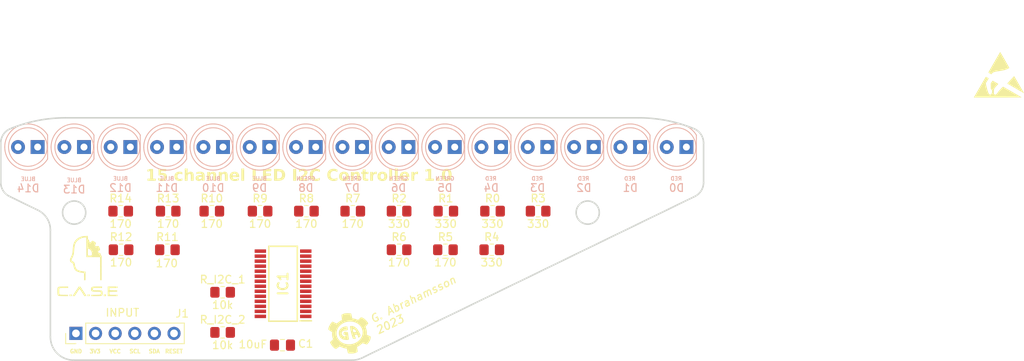
<source format=kicad_pcb>
(kicad_pcb (version 20221018) (generator pcbnew)
  (layers (0 "F.Cu" signal) (31 "B.Cu" signal) (34 "B.Paste" user) (35 "F.Paste" user) (36 "B.SilkS" user "B.Silkscreen") (37 "F.SilkS" user "F.Silkscreen") (38 "B.Mask" user) (39 "F.Mask" user) (44 "Edge.Cuts" user))
  (net 0 "")
  (net 3 "+3V3")
  (net 4 "Earth")
  (net 5 "Net-(D0-K)")
  (net 6 "Net-(D0-A)")
  (net 7 "Net-(D1-K)")
  (net 8 "Net-(D1-A)")
  (net 9 "Net-(D2-K)")
  (net 10 "Net-(D2-A)")
  (net 11 "Net-(D3-K)")
  (net 12 "Net-(D3-A)")
  (net 13 "Net-(D4-K)")
  (net 14 "Net-(D4-A)")
  (net 15 "Net-(D5-K)")
  (net 16 "Net-(D5-A)")
  (net 17 "Net-(D6-K)")
  (net 18 "Net-(D6-A)")
  (net 19 "Net-(D7-K)")
  (net 20 "Net-(D7-A)")
  (net 21 "Net-(D8-K)")
  (net 22 "Net-(D8-A)")
  (net 23 "Net-(D9-K)")
  (net 24 "Net-(D9-A)")
  (net 25 "Net-(D10-K)")
  (net 26 "Net-(D10-A)")
  (net 27 "Net-(D11-K)")
  (net 28 "Net-(D11-A)")
  (net 29 "Net-(D12-K)")
  (net 30 "Net-(D12-A)")
  (net 31 "Net-(D13-K)")
  (net 32 "Net-(D13-A)")
  (net 33 "Net-(D14-K)")
  (net 34 "Net-(D14-A)")
  (net 35 "/RESET")
  (net 36 "/SCL")
  (net 37 "/SDA")
  (net 38 "+BATT")
  (footprint "Resistor_SMD:R_0805_2012Metric_Pad1.20x1.40mm_HandSolder" (layer "F.Cu") (at 149.825 104.175)
    (fp_text reference "R5" (at 0 -1.65) (layer "F.SilkS"))
    (fp_text value "170" (at 0 1.65) (layer "F.SilkS"))
    (pad "1" smd roundrect (at -1 0) (size 1.2 1.4) (layers "F.Cu" "F.Paste" "F.Mask") (roundrect_rratio 0.208333) (net 16 "Net-(D5-A)"))
    (pad "2" smd roundrect (at 1 0) (size 1.2 1.4) (layers "F.Cu" "F.Paste" "F.Mask") (roundrect_rratio 0.208333) (net 38 "+BATT"))
  )
  (footprint "Resistor_SMD:R_0805_2012Metric_Pad1.20x1.40mm_HandSolder" (layer "F.Cu") (at 155.825 104.175)
    (fp_text reference "R4" (at 0 -1.65) (layer "F.SilkS"))
    (fp_text value "330" (at 0 1.65) (layer "F.SilkS"))
    (pad "1" smd roundrect (at -1 0) (size 1.2 1.4) (layers "F.Cu" "F.Paste" "F.Mask") (roundrect_rratio 0.208333) (net 14 "Net-(D4-A)"))
    (pad "2" smd roundrect (at 1 0) (size 1.2 1.4) (layers "F.Cu" "F.Paste" "F.Mask") (roundrect_rratio 0.208333) (net 38 "+BATT"))
  )
  (footprint "Gustavs_Library:SOP65P640X120-28N" (layer "F.Cu") (at 128.8 108.575 180)
    (fp_text reference "IC1" (at 0 0 270) (layer "F.SilkS") (effects (font (size 1.27 1.27) (thickness 0.254))))
    (fp_text value "TLC59116FIPWR" hide)
    (pad "1" smd rect (at -2.938 -4.225 270) (size 0.45 1.475) (layers "F.Cu" "F.Paste" "F.Mask"))
    (pad "2" smd rect (at -2.938 -3.575 270) (size 0.45 1.475) (layers "F.Cu" "F.Paste" "F.Mask") (net 4 "Earth"))
    (pad "3" smd rect (at -2.938 -2.925 270) (size 0.45 1.475) (layers "F.Cu" "F.Paste" "F.Mask") (net 4 "Earth"))
    (pad "4" smd rect (at -2.938 -2.275 270) (size 0.45 1.475) (layers "F.Cu" "F.Paste" "F.Mask") (net 4 "Earth"))
    (pad "5" smd rect (at -2.938 -1.625 270) (size 0.45 1.475) (layers "F.Cu" "F.Paste" "F.Mask") (net 4 "Earth"))
    (pad "6" smd rect (at -2.938 -0.975 270) (size 0.45 1.475) (layers "F.Cu" "F.Paste" "F.Mask") (net 5 "Net-(D0-K)"))
    (pad "7" smd rect (at -2.938 -0.325 270) (size 0.45 1.475) (layers "F.Cu" "F.Paste" "F.Mask") (net 7 "Net-(D1-K)"))
    (pad "8" smd rect (at -2.938 0.325 270) (size 0.45 1.475) (layers "F.Cu" "F.Paste" "F.Mask") (net 9 "Net-(D2-K)"))
    (pad "9" smd rect (at -2.938 0.975 270) (size 0.45 1.475) (layers "F.Cu" "F.Paste" "F.Mask") (net 11 "Net-(D3-K)"))
    (pad "10" smd rect (at -2.938 1.625 270) (size 0.45 1.475) (layers "F.Cu" "F.Paste" "F.Mask") (net 4 "Earth"))
    (pad "11" smd rect (at -2.938 2.275 270) (size 0.45 1.475) (layers "F.Cu" "F.Paste" "F.Mask") (net 13 "Net-(D4-K)"))
    (pad "12" smd rect (at -2.938 2.925 270) (size 0.45 1.475) (layers "F.Cu" "F.Paste" "F.Mask") (net 15 "Net-(D5-K)"))
    (pad "13" smd rect (at -2.938 3.575 270) (size 0.45 1.475) (layers "F.Cu" "F.Paste" "F.Mask") (net 17 "Net-(D6-K)"))
    (pad "14" smd rect (at -2.938 4.225 270) (size 0.45 1.475) (layers "F.Cu" "F.Paste" "F.Mask") (net 19 "Net-(D7-K)"))
    (pad "15" smd rect (at 2.938 4.225 270) (size 0.45 1.475) (layers "F.Cu" "F.Paste" "F.Mask") (net 21 "Net-(D8-K)"))
    (pad "16" smd rect (at 2.938 3.575 270) (size 0.45 1.475) (layers "F.Cu" "F.Paste" "F.Mask") (net 23 "Net-(D9-K)"))
    (pad "17" smd rect (at 2.938 2.925 270) (size 0.45 1.475) (layers "F.Cu" "F.Paste" "F.Mask") (net 25 "Net-(D10-K)"))
    (pad "18" smd rect (at 2.938 2.275 270) (size 0.45 1.475) (layers "F.Cu" "F.Paste" "F.Mask") (net 27 "Net-(D11-K)"))
    (pad "19" smd rect (at 2.938 1.625 270) (size 0.45 1.475) (layers "F.Cu" "F.Paste" "F.Mask") (net 4 "Earth"))
    (pad "20" smd rect (at 2.938 0.975 270) (size 0.45 1.475) (layers "F.Cu" "F.Paste" "F.Mask") (net 29 "Net-(D12-K)"))
    (pad "21" smd rect (at 2.938 0.325 270) (size 0.45 1.475) (layers "F.Cu" "F.Paste" "F.Mask") (net 31 "Net-(D13-K)"))
    (pad "22" smd rect (at 2.938 -0.325 270) (size 0.45 1.475) (layers "F.Cu" "F.Paste" "F.Mask") (net 33 "Net-(D14-K)"))
    (pad "23" smd rect (at 2.938 -0.975 270) (size 0.45 1.475) (layers "F.Cu" "F.Paste" "F.Mask"))
    (pad "24" smd rect (at 2.938 -1.625 270) (size 0.45 1.475) (layers "F.Cu" "F.Paste" "F.Mask") (net 4 "Earth"))
    (pad "25" smd rect (at 2.938 -2.275 270) (size 0.45 1.475) (layers "F.Cu" "F.Paste" "F.Mask") (net 35 "/RESET"))
    (pad "26" smd rect (at 2.938 -2.925 270) (size 0.45 1.475) (layers "F.Cu" "F.Paste" "F.Mask") (net 36 "/SCL"))
    (pad "27" smd rect (at 2.938 -3.575 270) (size 0.45 1.475) (layers "F.Cu" "F.Paste" "F.Mask") (net 37 "/SDA"))
    (pad "28" smd rect (at 2.938 -4.225 270) (size 0.45 1.475) (layers "F.Cu" "F.Paste" "F.Mask") (net 3 "+3V3"))
  )
  (footprint "Resistor_SMD:R_0805_2012Metric_Pad1.20x1.40mm_HandSolder" (layer "F.Cu") (at 143.825 104.175)
    (fp_text reference "R6" (at 0 -1.65) (layer "F.SilkS"))
    (fp_text value "170" (at 0 1.65) (layer "F.SilkS"))
    (pad "1" smd roundrect (at -1 0) (size 1.2 1.4) (layers "F.Cu" "F.Paste" "F.Mask") (roundrect_rratio 0.208333) (net 18 "Net-(D6-A)"))
    (pad "2" smd roundrect (at 1 0) (size 1.2 1.4) (layers "F.Cu" "F.Paste" "F.Mask") (roundrect_rratio 0.208333) (net 38 "+BATT"))
  )
  (footprint "Resistor_SMD:R_0805_2012Metric_Pad1.20x1.40mm_HandSolder" (layer "F.Cu") (at 120.975 114.875)
    (fp_text reference "R_I2C_2" (at 0 -1.65) (layer "F.SilkS"))
    (fp_text value "10k" (at 0 1.65) (layer "F.SilkS"))
    (pad "1" smd roundrect (at -1 0) (size 1.2 1.4) (layers "F.Cu" "F.Paste" "F.Mask") (roundrect_rratio 0.208333) (net 3 "+3V3"))
    (pad "2" smd roundrect (at 1 0) (size 1.2 1.4) (layers "F.Cu" "F.Paste" "F.Mask") (roundrect_rratio 0.208333) (net 36 "/SCL"))
  )
  (footprint "Connector_PinHeader_2.54mm:PinHeader_1x06_P2.54mm_Vertical" (layer "F.Cu") (at 101.983376 115.002502 90)
    (fp_text reference "J1" (at 2.563309 13.759123 180) (layer "F.SilkS"))
    (fp_text value "INPUT" (at 2.68279 6.013978 180) (layer "F.SilkS"))
    (pad "1" thru_hole rect (at 0 0 90) (size 1.7 1.7) (drill 1) (layers "*.Cu" "*.Mask") (net 4 "Earth"))
    (pad "2" thru_hole oval (at 0 2.54 90) (size 1.7 1.7) (drill 1) (layers "*.Cu" "*.Mask") (net 3 "+3V3"))
    (pad "3" thru_hole oval (at 0 5.08 90) (size 1.7 1.7) (drill 1) (layers "*.Cu" "*.Mask") (net 38 "+BATT"))
    (pad "4" thru_hole oval (at 0 7.62 90) (size 1.7 1.7) (drill 1) (layers "*.Cu" "*.Mask") (net 36 "/SCL"))
    (pad "5" thru_hole oval (at 0 10.16 90) (size 1.7 1.7) (drill 1) (layers "*.Cu" "*.Mask") (net 37 "/SDA"))
    (pad "6" thru_hole oval (at 0 12.7 90) (size 1.7 1.7) (drill 1) (layers "*.Cu" "*.Mask") (net 35 "/RESET"))
  )
  (footprint "Resistor_SMD:R_0805_2012Metric_Pad1.20x1.40mm_HandSolder" (layer "F.Cu") (at 161.825 99.175)
    (fp_text reference "R3" (at 0 -1.65) (layer "F.SilkS"))
    (fp_text value "330" (at 0 1.65) (layer "F.SilkS"))
    (pad "1" smd roundrect (at -1 0) (size 1.2 1.4) (layers "F.Cu" "F.Paste" "F.Mask") (roundrect_rratio 0.208333) (net 12 "Net-(D3-A)"))
    (pad "2" smd roundrect (at 1 0) (size 1.2 1.4) (layers "F.Cu" "F.Paste" "F.Mask") (roundrect_rratio 0.208333) (net 38 "+BATT"))
  )
  (footprint "Resistor_SMD:R_0805_2012Metric_Pad1.20x1.40mm_HandSolder" (layer "F.Cu") (at 131.825 99.175)
    (fp_text reference "R8" (at 0 -1.65) (layer "F.SilkS"))
    (fp_text value "170" (at 0 1.65) (layer "F.SilkS"))
    (pad "1" smd roundrect (at -1 0) (size 1.2 1.4) (layers "F.Cu" "F.Paste" "F.Mask") (roundrect_rratio 0.208333) (net 22 "Net-(D8-A)"))
    (pad "2" smd roundrect (at 1 0) (size 1.2 1.4) (layers "F.Cu" "F.Paste" "F.Mask") (roundrect_rratio 0.208333) (net 38 "+BATT"))
  )
  (footprint "Resistor_SMD:R_0805_2012Metric_Pad1.20x1.40mm_HandSolder" (layer "F.Cu") (at 107.825 104.175)
    (fp_text reference "R12" (at 0 -1.65) (layer "F.SilkS"))
    (fp_text value "170" (at 0 1.65) (layer "F.SilkS"))
    (pad "1" smd roundrect (at -1 0) (size 1.2 1.4) (layers "F.Cu" "F.Paste" "F.Mask") (roundrect_rratio 0.208333) (net 30 "Net-(D12-A)"))
    (pad "2" smd roundrect (at 1 0) (size 1.2 1.4) (layers "F.Cu" "F.Paste" "F.Mask") (roundrect_rratio 0.208333) (net 38 "+BATT"))
  )
  (footprint "Resistor_SMD:R_0805_2012Metric_Pad1.20x1.40mm_HandSolder" (layer "F.Cu") (at 113.825 104.175)
    (fp_text reference "R11" (at 0 -1.65) (layer "F.SilkS"))
    (fp_text value "170" (at -0.075811 1.754395) (layer "F.SilkS"))
    (pad "1" smd roundrect (at -1 0) (size 1.2 1.4) (layers "F.Cu" "F.Paste" "F.Mask") (roundrect_rratio 0.208333) (net 28 "Net-(D11-A)"))
    (pad "2" smd roundrect (at 1 0) (size 1.2 1.4) (layers "F.Cu" "F.Paste" "F.Mask") (roundrect_rratio 0.208333) (net 38 "+BATT"))
  )
  (footprint "Resistor_SMD:R_0805_2012Metric_Pad1.20x1.40mm_HandSolder" (layer "F.Cu") (at 137.825 99.175)
    (fp_text reference "R7" (at 0 -1.65) (layer "F.SilkS"))
    (fp_text value "170" (at 0 1.65) (layer "F.SilkS"))
    (pad "1" smd roundrect (at -1 0) (size 1.2 1.4) (layers "F.Cu" "F.Paste" "F.Mask") (roundrect_rratio 0.208333) (net 20 "Net-(D7-A)"))
    (pad "2" smd roundrect (at 1 0) (size 1.2 1.4) (layers "F.Cu" "F.Paste" "F.Mask") (roundrect_rratio 0.208333) (net 38 "+BATT"))
  )
  (footprint "LOGO" (layer "F.Cu") (at 137.5 114.870634)
    (fp_text reference "G***" hide)
    (fp_text value "LOGO" hide)
  )
  (footprint "Symbol:ESD-Logo_6.6x6mm_SilkScreen" (layer "F.Cu") (at 221.5 81.5)
    (fp_text reference "REF**" hide)
    (fp_text value "ESD-Logo_6.6x6mm_SilkScreen" hide)
  )
  (footprint "Resistor_SMD:R_0805_2012Metric_Pad1.20x1.40mm_HandSolder" (layer "F.Cu") (at 113.925 99.175)
    (fp_text reference "R13" (at 0 -1.65) (layer "F.SilkS"))
    (fp_text value "170" (at 0 1.65) (layer "F.SilkS"))
    (pad "1" smd roundrect (at -1 0) (size 1.2 1.4) (layers "F.Cu" "F.Paste" "F.Mask") (roundrect_rratio 0.208333) (net 32 "Net-(D13-A)"))
    (pad "2" smd roundrect (at 1 0) (size 1.2 1.4) (layers "F.Cu" "F.Paste" "F.Mask") (roundrect_rratio 0.208333) (net 38 "+BATT"))
  )
  (footprint "Resistor_SMD:R_0805_2012Metric_Pad1.20x1.40mm_HandSolder" (layer "F.Cu") (at 120.975 109.675)
    (fp_text reference "R_I2C_1" (at 0 -1.65) (layer "F.SilkS"))
    (fp_text value "10k" (at 0 1.65) (layer "F.SilkS"))
    (pad "1" smd roundrect (at -1 0) (size 1.2 1.4) (layers "F.Cu" "F.Paste" "F.Mask") (roundrect_rratio 0.208333) (net 3 "+3V3"))
    (pad "2" smd roundrect (at 1 0) (size 1.2 1.4) (layers "F.Cu" "F.Paste" "F.Mask") (roundrect_rratio 0.208333) (net 37 "/SDA"))
  )
  (footprint "Resistor_SMD:R_0805_2012Metric_Pad1.20x1.40mm_HandSolder" (layer "F.Cu") (at 149.875 99.175)
    (fp_text reference "R1" (at 0 -1.65) (layer "F.SilkS"))
    (fp_text value "330" (at 0 1.65) (layer "F.SilkS"))
    (pad "1" smd roundrect (at -1 0) (size 1.2 1.4) (layers "F.Cu" "F.Paste" "F.Mask") (roundrect_rratio 0.208333) (net 8 "Net-(D1-A)"))
    (pad "2" smd roundrect (at 1 0) (size 1.2 1.4) (layers "F.Cu" "F.Paste" "F.Mask") (roundrect_rratio 0.208333) (net 38 "+BATT"))
  )
  (footprint "Resistor_SMD:R_0805_2012Metric_Pad1.20x1.40mm_HandSolder" (layer "F.Cu") (at 119.575 99.175)
    (fp_text reference "R10" (at 0 -1.65) (layer "F.SilkS"))
    (fp_text value "170" (at 0 1.65) (layer "F.SilkS"))
    (pad "1" smd roundrect (at -1 0) (size 1.2 1.4) (layers "F.Cu" "F.Paste" "F.Mask") (roundrect_rratio 0.208333) (net 26 "Net-(D10-A)"))
    (pad "2" smd roundrect (at 1 0) (size 1.2 1.4) (layers "F.Cu" "F.Paste" "F.Mask") (roundrect_rratio 0.208333) (net 38 "+BATT"))
  )
  (footprint "Resistor_SMD:R_0805_2012Metric_Pad1.20x1.40mm_HandSolder" (layer "F.Cu") (at 107.775 99.175)
    (fp_text reference "R14" (at 0 -1.65) (layer "F.SilkS"))
    (fp_text value "170" (at 0 1.65) (layer "F.SilkS"))
    (pad "1" smd roundrect (at -1 0) (size 1.2 1.4) (layers "F.Cu" "F.Paste" "F.Mask") (roundrect_rratio 0.208333) (net 34 "Net-(D14-A)"))
    (pad "2" smd roundrect (at 1 0) (size 1.2 1.4) (layers "F.Cu" "F.Paste" "F.Mask") (roundrect_rratio 0.208333) (net 38 "+BATT"))
  )
  (footprint "Resistor_SMD:R_0805_2012Metric_Pad1.20x1.40mm_HandSolder" (layer "F.Cu") (at 125.825 99.175)
    (fp_text reference "R9" (at 0 -1.65) (layer "F.SilkS"))
    (fp_text value "170" (at 0 1.65) (layer "F.SilkS"))
    (pad "1" smd roundrect (at -1 0) (size 1.2 1.4) (layers "F.Cu" "F.Paste" "F.Mask") (roundrect_rratio 0.208333) (net 24 "Net-(D9-A)"))
    (pad "2" smd roundrect (at 1 0) (size 1.2 1.4) (layers "F.Cu" "F.Paste" "F.Mask") (roundrect_rratio 0.208333) (net 38 "+BATT"))
  )
  (footprint "Resistor_SMD:R_0805_2012Metric_Pad1.20x1.40mm_HandSolder" (layer "F.Cu") (at 155.925 99.175)
    (fp_text reference "R0" (at 0 -1.65) (layer "F.SilkS"))
    (fp_text value "330" (at 0 1.65) (layer "F.SilkS"))
    (pad "1" smd roundrect (at -1 0) (size 1.2 1.4) (layers "F.Cu" "F.Paste" "F.Mask") (roundrect_rratio 0.208333) (net 6 "Net-(D0-A)"))
    (pad "2" smd roundrect (at 1 0) (size 1.2 1.4) (layers "F.Cu" "F.Paste" "F.Mask") (roundrect_rratio 0.208333) (net 38 "+BATT"))
  )
  (footprint "Capacitor_SMD:C_0805_2012Metric_Pad1.18x1.45mm_HandSolder" (layer "F.Cu") (at 128.725 116.525)
    (fp_text reference "C1" (at 3 -0.18) (layer "F.SilkS"))
    (fp_text value "10uF" (at -3.833432 -0.09678) (layer "F.SilkS"))
    (pad "1" smd roundrect (at -1.0375 0) (size 1.175 1.45) (layers "F.Cu" "F.Paste" "F.Mask") (roundrect_rratio 0.212766) (net 3 "+3V3"))
    (pad "2" smd roundrect (at 1.0375 0) (size 1.175 1.45) (layers "F.Cu" "F.Paste" "F.Mask") (roundrect_rratio 0.212766) (net 4 "Earth"))
  )
  (footprint "LOGO" (layer "F.Cu") (at 103.5 106.5)
    (fp_text reference "G***" hide)
    (fp_text value "LOGO" hide)
  )
  (footprint "Resistor_SMD:R_0805_2012Metric_Pad1.20x1.40mm_HandSolder" (layer "F.Cu") (at 143.825 99.175)
    (fp_text reference "R2" (at 0 -1.65) (layer "F.SilkS"))
    (fp_text value "330" (at 0 1.65) (layer "F.SilkS"))
    (pad "1" smd roundrect (at -1 0) (size 1.2 1.4) (layers "F.Cu" "F.Paste" "F.Mask") (roundrect_rratio 0.208333) (net 10 "Net-(D2-A)"))
    (pad "2" smd roundrect (at 1 0) (size 1.2 1.4) (layers "F.Cu" "F.Paste" "F.Mask") (roundrect_rratio 0.208333) (net 38 "+BATT"))
  )
  (footprint "LED_THT:LED_D5.0mm" (layer "B.Cu") (at 175.025 90.875 180)
    (fp_text reference "D1" (at 1.27 -5.29) (layer "B.SilkS") (effects (justify mirror)))
    (fp_text value "LED" hide)
    (pad "1" thru_hole rect (at 0 0 180) (size 1.8 1.8) (drill 0.9) (layers "*.Cu" "*.Mask") (net 7 "Net-(D1-K)"))
    (pad "2" thru_hole circle (at 2.54 0 180) (size 1.8 1.8) (drill 0.9) (layers "*.Cu" "*.Mask") (net 8 "Net-(D1-A)"))
  )
  (footprint "LED_THT:LED_D5.0mm" (layer "B.Cu") (at 169.025 90.875 180)
    (fp_text reference "D2" (at 1.27 -5.29) (layer "B.SilkS") (effects (justify mirror)))
    (fp_text value "LED" hide)
    (pad "1" thru_hole rect (at 0 0 180) (size 1.8 1.8) (drill 0.9) (layers "*.Cu" "*.Mask") (net 9 "Net-(D2-K)"))
    (pad "2" thru_hole circle (at 2.54 0 180) (size 1.8 1.8) (drill 0.9) (layers "*.Cu" "*.Mask") (net 10 "Net-(D2-A)"))
  )
  (footprint "LED_THT:LED_D5.0mm" (layer "B.Cu") (at 139.025 90.875 180)
    (fp_text reference "D7" (at 1.27 -5.29) (layer "B.SilkS") (effects (justify mirror)))
    (fp_text value "LED" hide)
    (pad "1" thru_hole rect (at 0 0 180) (size 1.8 1.8) (drill 0.9) (layers "*.Cu" "*.Mask") (net 19 "Net-(D7-K)"))
    (pad "2" thru_hole circle (at 2.54 0 180) (size 1.8 1.8) (drill 0.9) (layers "*.Cu" "*.Mask") (net 20 "Net-(D7-A)"))
  )
  (footprint "LED_THT:LED_D5.0mm" (layer "B.Cu") (at 163.025 90.875 180)
    (fp_text reference "D3" (at 1.27 -5.29) (layer "B.SilkS") (effects (justify mirror)))
    (fp_text value "LED" hide)
    (pad "1" thru_hole rect (at 0 0 180) (size 1.8 1.8) (drill 0.9) (layers "*.Cu" "*.Mask") (net 11 "Net-(D3-K)"))
    (pad "2" thru_hole circle (at 2.54 0 180) (size 1.8 1.8) (drill 0.9) (layers "*.Cu" "*.Mask") (net 12 "Net-(D3-A)"))
  )
  (footprint "LED_THT:LED_D5.0mm" (layer "B.Cu") (at 133.025 90.875 180)
    (fp_text reference "D8" (at 1.27 -5.29) (layer "B.SilkS") (effects (justify mirror)))
    (fp_text value "LED" hide)
    (pad "1" thru_hole rect (at 0 0 180) (size 1.8 1.8) (drill 0.9) (layers "*.Cu" "*.Mask") (net 21 "Net-(D8-K)"))
    (pad "2" thru_hole circle (at 2.54 0 180) (size 1.8 1.8) (drill 0.9) (layers "*.Cu" "*.Mask") (net 22 "Net-(D8-A)"))
  )
  (footprint "LED_THT:LED_D5.0mm" (layer "B.Cu") (at 151.025 90.875 180)
    (fp_text reference "D5" (at 1.27 -5.29) (layer "B.SilkS") (effects (justify mirror)))
    (fp_text value "LED" hide)
    (pad "1" thru_hole rect (at 0 0 180) (size 1.8 1.8) (drill 0.9) (layers "*.Cu" "*.Mask") (net 15 "Net-(D5-K)"))
    (pad "2" thru_hole circle (at 2.54 0 180) (size 1.8 1.8) (drill 0.9) (layers "*.Cu" "*.Mask") (net 16 "Net-(D5-A)"))
  )
  (footprint "LED_THT:LED_D5.0mm" (layer "B.Cu") (at 181.025 90.875 180)
    (fp_text reference "D0" (at 1.27 -5.29) (layer "B.SilkS") (effects (justify mirror)))
    (fp_text value "LED" hide)
    (pad "1" thru_hole rect (at 0 0 180) (size 1.8 1.8) (drill 0.9) (layers "*.Cu" "*.Mask") (net 5 "Net-(D0-K)"))
    (pad "2" thru_hole circle (at 2.54 0 180) (size 1.8 1.8) (drill 0.9) (layers "*.Cu" "*.Mask") (net 6 "Net-(D0-A)"))
  )
  (footprint "LED_THT:LED_D5.0mm" (layer "B.Cu") (at 109.025 90.875 180)
    (fp_text reference "D12" (at 1.27 -5.29) (layer "B.SilkS") (effects (justify mirror)))
    (fp_text value "LED" hide)
    (pad "1" thru_hole rect (at 0 0 180) (size 1.8 1.8) (drill 0.9) (layers "*.Cu" "*.Mask") (net 29 "Net-(D12-K)"))
    (pad "2" thru_hole circle (at 2.54 0 180) (size 1.8 1.8) (drill 0.9) (layers "*.Cu" "*.Mask") (net 30 "Net-(D12-A)"))
  )
  (footprint "LED_THT:LED_D5.0mm" (layer "B.Cu") (at 145.025 90.875 180)
    (fp_text reference "D6" (at 1.27 -5.29) (layer "B.SilkS") (effects (justify mirror)))
    (fp_text value "LED" hide)
    (pad "1" thru_hole rect (at 0 0 180) (size 1.8 1.8) (drill 0.9) (layers "*.Cu" "*.Mask") (net 17 "Net-(D6-K)"))
    (pad "2" thru_hole circle (at 2.54 0 180) (size 1.8 1.8) (drill 0.9) (layers "*.Cu" "*.Mask") (net 18 "Net-(D6-A)"))
  )
  (footprint "LED_THT:LED_D5.0mm" (layer "B.Cu") (at 115.025 90.875 180)
    (fp_text reference "D11" (at 1.27 -5.29) (layer "B.SilkS") (effects (justify mirror)))
    (fp_text value "LED" hide)
    (pad "1" thru_hole rect (at 0 0 180) (size 1.8 1.8) (drill 0.9) (layers "*.Cu" "*.Mask") (net 27 "Net-(D11-K)"))
    (pad "2" thru_hole circle (at 2.54 0 180) (size 1.8 1.8) (drill 0.9) (layers "*.Cu" "*.Mask") (net 28 "Net-(D11-A)"))
  )
  (footprint "LED_THT:LED_D5.0mm" (layer "B.Cu") (at 103.025 90.875 180)
    (fp_text reference "D13" (at 1.27 -5.49) (layer "B.SilkS") (effects (justify mirror)))
    (fp_text value "LED" hide)
    (pad "1" thru_hole rect (at 0 0 180) (size 1.8 1.8) (drill 0.9) (layers "*.Cu" "*.Mask") (net 31 "Net-(D13-K)"))
    (pad "2" thru_hole circle (at 2.54 0 180) (size 1.8 1.8) (drill 0.9) (layers "*.Cu" "*.Mask") (net 32 "Net-(D13-A)"))
  )
  (footprint "LED_THT:LED_D5.0mm" (layer "B.Cu") (at 157.025 90.875 180)
    (fp_text reference "D4" (at 1.27 -5.29) (layer "B.SilkS") (effects (justify mirror)))
    (fp_text value "LED" hide)
    (pad "1" thru_hole rect (at 0 0 180) (size 1.8 1.8) (drill 0.9) (layers "*.Cu" "*.Mask") (net 13 "Net-(D4-K)"))
    (pad "2" thru_hole circle (at 2.54 0 180) (size 1.8 1.8) (drill 0.9) (layers "*.Cu" "*.Mask") (net 14 "Net-(D4-A)"))
  )
  (footprint "LED_THT:LED_D5.0mm" (layer "B.Cu") (at 127.025 90.875 180)
    (fp_text reference "D9" (at 1.27 -5.29) (layer "B.SilkS") (effects (justify mirror)))
    (fp_text value "LED" hide)
    (pad "1" thru_hole rect (at 0 0 180) (size 1.8 1.8) (drill 0.9) (layers "*.Cu" "*.Mask") (net 23 "Net-(D9-K)"))
    (pad "2" thru_hole circle (at 2.54 0 180) (size 1.8 1.8) (drill 0.9) (layers "*.Cu" "*.Mask") (net 24 "Net-(D9-A)"))
  )
  (footprint "LED_THT:LED_D5.0mm" (layer "B.Cu") (at 97.025 90.875 180)
    (fp_text reference "D14" (at 1.22 -5.34) (layer "B.SilkS") (effects (justify mirror)))
    (fp_text value "LED" hide)
    (pad "1" thru_hole rect (at 0 0 180) (size 1.8 1.8) (drill 0.9) (layers "*.Cu" "*.Mask") (net 33 "Net-(D14-K)"))
    (pad "2" thru_hole circle (at 2.54 0 180) (size 1.8 1.8) (drill 0.9) (layers "*.Cu" "*.Mask") (net 34 "Net-(D14-A)"))
  )
  (footprint "LED_THT:LED_D5.0mm" (layer "B.Cu") (at 121.025 90.875 180)
    (fp_text reference "D10" (at 1.27 -5.29) (layer "B.SilkS") (effects (justify mirror)))
    (fp_text value "LED" hide)
    (pad "1" thru_hole rect (at 0 0 180) (size 1.8 1.8) (drill 0.9) (layers "*.Cu" "*.Mask") (net 25 "Net-(D10-K)"))
    (pad "2" thru_hole circle (at 2.54 0 180) (size 1.8 1.8) (drill 0.9) (layers "*.Cu" "*.Mask") (net 26 "Net-(D10-A)"))
  )
  (gr_line locked (start 101.676825 118.46492) (end 137.75 118.46492) (stroke (width 0.2)) (layer "Edge.Cuts"))
  (gr_arc locked (start 182.007966 88.499192) (mid 182.910727 89.235531) (end 183.25 90.35) (stroke (width 0.2)) (layer "Edge.Cuts"))
  (gr_arc locked (start 174.853394 87.090936) (mid 178.49932 87.446343) (end 182.007966 88.499192) (stroke (width 0.2)) (layer "Edge.Cuts"))
  (gr_arc locked (start 92.25 90.35) (mid 92.589287 89.235534) (end 93.492034 88.499192) (stroke (width 0.2)) (layer "Edge.Cuts"))
  (gr_circle locked (center 101.75 99.358988) (end 103.25 99.358988) (stroke (width 0.2)) (fill none) (layer "Edge.Cuts"))
  (gr_line locked (start 92.25 90.35) (end 92.25 95.463185) (stroke (width 0.2)) (layer "Edge.Cuts"))
  (gr_arc locked (start 97.06546 99.052836) (mid 98.240741 100.10801) (end 98.676825 101.62607) (stroke (width 0.2)) (layer "Edge.Cuts"))
  (gr_circle locked (center 168.25 99.358988) (end 169.75 99.358988) (stroke (width 0.2)) (fill none) (layer "Edge.Cuts"))
  (gr_arc locked (start 139.059945 118.163817) (mid 138.422053 118.388675) (end 137.75 118.46492) (stroke (width 0.2)) (layer "Edge.Cuts"))
  (gr_arc locked (start 101.676825 118.46492) (mid 99.555504 117.586241) (end 98.676825 115.46492) (stroke (width 0.2)) (layer "Edge.Cuts"))
  (gr_arc locked (start 93.376703 97.262449) (mid 92.55492 96.524647) (end 92.25 95.463185) (stroke (width 0.2)) (layer "Edge.Cuts"))
  (gr_line locked (start 93.376703 97.262449) (end 97.06546 99.052836) (stroke (width 0.2)) (layer "Edge.Cuts"))
  (gr_line locked (start 98.676825 101.62607) (end 98.676825 115.46492) (stroke (width 0.2)) (layer "Edge.Cuts"))
  (gr_arc locked (start 93.492034 88.499192) (mid 97.000681 87.446346) (end 100.646606 87.090936) (stroke (width 0.2)) (layer "Edge.Cuts"))
  (gr_line locked (start 174.853394 87.090936) (end 100.646606 87.090936) (stroke (width 0.2)) (layer "Edge.Cuts"))
  (gr_line locked (start 139.059945 118.163817) (end 182.123297 97.262449) (stroke (width 0.2)) (layer "Edge.Cuts"))
  (gr_arc locked (start 183.25 95.463185) (mid 182.945062 96.524628) (end 182.123297 97.262449) (stroke (width 0.2)) (layer "Edge.Cuts"))
  (gr_line locked (start 183.25 95.463185) (end 183.25 90.35) (stroke (width 0.2)) (layer "Edge.Cuts"))
  (gr_text "RED" (at 162.5 95.25) (layer "B.SilkS") (effects (font (size 0.5 0.5) (thickness 0.1) bold) (justify left bottom mirror)))
  (gr_text "BLUE" (at 125.75 95.25) (layer "B.SilkS") (effects (font (size 0.5 0.5) (thickness 0.1) bold) (justify bottom mirror)))
  (gr_text "RED" (at 168.5 95.25) (layer "B.SilkS") (effects (font (size 0.5 0.5) (thickness 0.1) bold) (justify left bottom mirror)))
  (gr_text "RED" (at 156.5 95.25) (layer "B.SilkS") (effects (font (size 0.5 0.5) (thickness 0.1) bold) (justify left bottom mirror)))
  (gr_text "BLUE" (at 113.75 95.25) (layer "B.SilkS") (effects (font (size 0.5 0.5) (thickness 0.1) bold) (justify bottom mirror)))
  (gr_text "RED" (at 174.5 95.25) (layer "B.SilkS") (effects (font (size 0.5 0.5) (thickness 0.1) bold) (justify left bottom mirror)))
  (gr_text "BLUE" (at 101.75 95.45) (layer "B.SilkS") (effects (font (size 0.5 0.5) (thickness 0.1) bold) (justify bottom mirror)))
  (gr_text "GREEN" (at 149.75 95.25) (layer "B.SilkS") (effects (font (size 0.5 0.5) (thickness 0.1) bold) (justify bottom mirror)))
  (gr_text "GREEN" (at 137.75 95.25) (layer "B.SilkS") (effects (font (size 0.5 0.5) (thickness 0.1) bold) (justify bottom mirror)))
  (gr_text "BLUE" (at 107.75 95.25) (layer "B.SilkS") (effects (font (size 0.5 0.5) (thickness 0.1) bold) (justify bottom mirror)))
  (gr_text "BLUE" (at 119.75 95.25) (layer "B.SilkS") (effects (font (size 0.5 0.5) (thickness 0.1) bold) (justify bottom mirror)))
  (gr_text "RED" (at 180.5 95.25) (layer "B.SilkS") (effects (font (size 0.5 0.5) (thickness 0.1) bold) (justify left bottom mirror)))
  (gr_text "GREEN" (at 131.75 95.25) (layer "B.SilkS") (effects (font (size 0.5 0.5) (thickness 0.1) bold) (justify bottom mirror)))
  (gr_text "BLUE" (at 95.8 95.3) (layer "B.SilkS") (effects (font (size 0.5 0.5) (thickness 0.1) bold) (justify bottom mirror)))
  (gr_text "GREEN" (at 143.75 95.25) (layer "B.SilkS") (effects (font (size 0.5 0.5) (thickness 0.1) bold) (justify bottom mirror)))
  (gr_text "VCC" (at 107.057049 117.32888) (layer "F.SilkS") (effects (font (size 0.5 0.5) (thickness 0.125))))
  (gr_text "GND" (at 101.986714 117.32888) (layer "F.SilkS") (effects (font (size 0.5 0.5) (thickness 0.125))))
  (gr_text "3V3\n" (at 104.455519 117.32888) (layer "F.SilkS") (effects (font (size 0.5 0.5) (thickness 0.125))))
  (gr_text "15 channel LED I2C Controller 1.0" (at 111 95.5) (layer "F.SilkS") (effects (font (size 1.5 1.5) (thickness 0.3) bold) (justify left bottom)))
  (gr_text "RESET" (at 114.675815 117.32888) (layer "F.SilkS") (effects (font (size 0.5 0.5) (thickness 0.125))))
  (gr_text "SCL" (at 109.621414 117.32888) (layer "F.SilkS") (effects (font (size 0.5 0.5) (thickness 0.125))))
  (gr_text "G. Abrahamsson\n2023" (at 140.5 114 26) (layer "F.SilkS") (effects (font (size 1 1) (thickness 0.15) italic) (justify left)))
  (gr_text "SDA" (at 112.130032 117.32888) (layer "F.SilkS") (effects (font (size 0.5 0.5) (thickness 0.125))))
)
</source>
